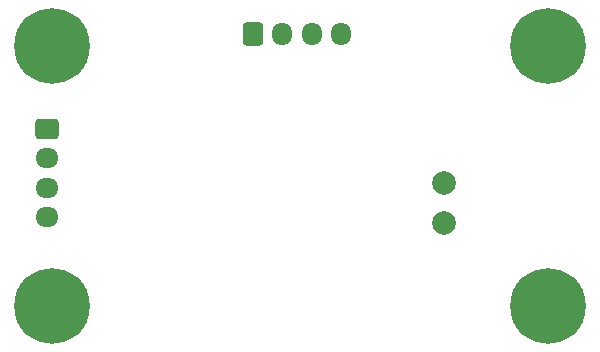
<source format=gbr>
%TF.GenerationSoftware,KiCad,Pcbnew,(6.0.6)*%
%TF.CreationDate,2022-09-15T15:55:45+09:00*%
%TF.ProjectId,LSM6DS3-breakout,4c534d36-4453-4332-9d62-7265616b6f75,rev?*%
%TF.SameCoordinates,Original*%
%TF.FileFunction,Soldermask,Bot*%
%TF.FilePolarity,Negative*%
%FSLAX46Y46*%
G04 Gerber Fmt 4.6, Leading zero omitted, Abs format (unit mm)*
G04 Created by KiCad (PCBNEW (6.0.6)) date 2022-09-15 15:55:45*
%MOMM*%
%LPD*%
G01*
G04 APERTURE LIST*
G04 Aperture macros list*
%AMRoundRect*
0 Rectangle with rounded corners*
0 $1 Rounding radius*
0 $2 $3 $4 $5 $6 $7 $8 $9 X,Y pos of 4 corners*
0 Add a 4 corners polygon primitive as box body*
4,1,4,$2,$3,$4,$5,$6,$7,$8,$9,$2,$3,0*
0 Add four circle primitives for the rounded corners*
1,1,$1+$1,$2,$3*
1,1,$1+$1,$4,$5*
1,1,$1+$1,$6,$7*
1,1,$1+$1,$8,$9*
0 Add four rect primitives between the rounded corners*
20,1,$1+$1,$2,$3,$4,$5,0*
20,1,$1+$1,$4,$5,$6,$7,0*
20,1,$1+$1,$6,$7,$8,$9,0*
20,1,$1+$1,$8,$9,$2,$3,0*%
G04 Aperture macros list end*
%ADD10C,0.800000*%
%ADD11C,6.400000*%
%ADD12C,2.000000*%
%ADD13RoundRect,0.250000X-0.600000X-0.725000X0.600000X-0.725000X0.600000X0.725000X-0.600000X0.725000X0*%
%ADD14O,1.700000X1.950000*%
%ADD15RoundRect,0.250000X-0.725000X0.600000X-0.725000X-0.600000X0.725000X-0.600000X0.725000X0.600000X0*%
%ADD16O,1.950000X1.700000*%
G04 APERTURE END LIST*
D10*
%TO.C,H3*%
X105697056Y-92697056D03*
X104000000Y-88600000D03*
X102302944Y-92697056D03*
X102302944Y-89302944D03*
D11*
X104000000Y-91000000D03*
D10*
X106400000Y-91000000D03*
X105697056Y-89302944D03*
X101600000Y-91000000D03*
X104000000Y-93400000D03*
%TD*%
D12*
%TO.C,TP2*%
X137200000Y-80600000D03*
%TD*%
D13*
%TO.C,J2*%
X121000000Y-68000000D03*
D14*
X123500000Y-68000000D03*
X126000000Y-68000000D03*
X128500000Y-68000000D03*
%TD*%
D10*
%TO.C,H4*%
X102302944Y-70697056D03*
X104000000Y-71400000D03*
D11*
X104000000Y-69000000D03*
D10*
X101600000Y-69000000D03*
X102302944Y-67302944D03*
X104000000Y-66600000D03*
X105697056Y-67302944D03*
X105697056Y-70697056D03*
X106400000Y-69000000D03*
%TD*%
D15*
%TO.C,J1*%
X103600000Y-76000000D03*
D16*
X103600000Y-78500000D03*
X103600000Y-81000000D03*
X103600000Y-83500000D03*
%TD*%
D11*
%TO.C,H2*%
X146000000Y-91000000D03*
D10*
X146000000Y-93400000D03*
X144302944Y-92697056D03*
X147697056Y-92697056D03*
X148400000Y-91000000D03*
X143600000Y-91000000D03*
X144302944Y-89302944D03*
X147697056Y-89302944D03*
X146000000Y-88600000D03*
%TD*%
%TO.C,H1*%
X143600000Y-69000000D03*
X146000000Y-66600000D03*
X148400000Y-69000000D03*
X147697056Y-67302944D03*
X144302944Y-70697056D03*
X144302944Y-67302944D03*
X147697056Y-70697056D03*
X146000000Y-71400000D03*
D11*
X146000000Y-69000000D03*
%TD*%
D12*
%TO.C,TP1*%
X137200000Y-84000000D03*
%TD*%
M02*

</source>
